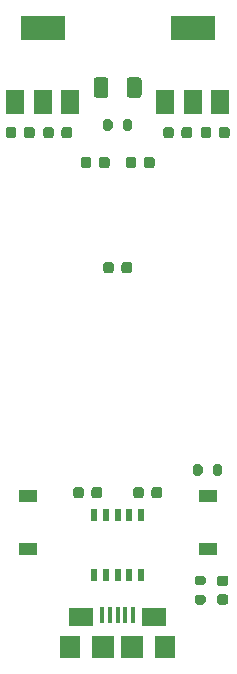
<source format=gtp>
G04 #@! TF.GenerationSoftware,KiCad,Pcbnew,(5.1.9)-1*
G04 #@! TF.CreationDate,2023-06-14T07:45:37+09:00*
G04 #@! TF.ProjectId,PICo-16f1765,5049436f-2d31-4366-9631-3736352e6b69,rev?*
G04 #@! TF.SameCoordinates,Original*
G04 #@! TF.FileFunction,Paste,Top*
G04 #@! TF.FilePolarity,Positive*
%FSLAX46Y46*%
G04 Gerber Fmt 4.6, Leading zero omitted, Abs format (unit mm)*
G04 Created by KiCad (PCBNEW (5.1.9)-1) date 2023-06-14 07:45:37*
%MOMM*%
%LPD*%
G01*
G04 APERTURE LIST*
%ADD10R,1.500000X2.000000*%
%ADD11R,3.800000X2.000000*%
%ADD12R,1.600000X1.050000*%
%ADD13R,0.400000X1.350000*%
%ADD14R,1.800000X1.900000*%
%ADD15R,2.100000X1.600000*%
%ADD16R,1.900000X1.900000*%
%ADD17R,0.510000X1.100000*%
G04 APERTURE END LIST*
G36*
G01*
X945000Y-32770000D02*
X945000Y-33270000D01*
G75*
G02*
X720000Y-33495000I-225000J0D01*
G01*
X270000Y-33495000D01*
G75*
G02*
X45000Y-33270000I0J225000D01*
G01*
X45000Y-32770000D01*
G75*
G02*
X270000Y-32545000I225000J0D01*
G01*
X720000Y-32545000D01*
G75*
G02*
X945000Y-32770000I0J-225000D01*
G01*
G37*
G36*
G01*
X2495000Y-32770000D02*
X2495000Y-33270000D01*
G75*
G02*
X2270000Y-33495000I-225000J0D01*
G01*
X1820000Y-33495000D01*
G75*
G02*
X1595000Y-33270000I0J225000D01*
G01*
X1595000Y-32770000D01*
G75*
G02*
X1820000Y-32545000I225000J0D01*
G01*
X2270000Y-32545000D01*
G75*
G02*
X2495000Y-32770000I0J-225000D01*
G01*
G37*
G36*
G01*
X6675000Y-33270000D02*
X6675000Y-32770000D01*
G75*
G02*
X6900000Y-32545000I225000J0D01*
G01*
X7350000Y-32545000D01*
G75*
G02*
X7575000Y-32770000I0J-225000D01*
G01*
X7575000Y-33270000D01*
G75*
G02*
X7350000Y-33495000I-225000J0D01*
G01*
X6900000Y-33495000D01*
G75*
G02*
X6675000Y-33270000I0J225000D01*
G01*
G37*
G36*
G01*
X5125000Y-33270000D02*
X5125000Y-32770000D01*
G75*
G02*
X5350000Y-32545000I225000J0D01*
G01*
X5800000Y-32545000D01*
G75*
G02*
X6025000Y-32770000I0J-225000D01*
G01*
X6025000Y-33270000D01*
G75*
G02*
X5800000Y-33495000I-225000J0D01*
G01*
X5350000Y-33495000D01*
G75*
G02*
X5125000Y-33270000I0J225000D01*
G01*
G37*
G36*
G01*
X-4770000Y-2290000D02*
X-4770000Y-2790000D01*
G75*
G02*
X-4995000Y-3015000I-225000J0D01*
G01*
X-5445000Y-3015000D01*
G75*
G02*
X-5670000Y-2790000I0J225000D01*
G01*
X-5670000Y-2290000D01*
G75*
G02*
X-5445000Y-2065000I225000J0D01*
G01*
X-4995000Y-2065000D01*
G75*
G02*
X-4770000Y-2290000I0J-225000D01*
G01*
G37*
G36*
G01*
X-3220000Y-2290000D02*
X-3220000Y-2790000D01*
G75*
G02*
X-3445000Y-3015000I-225000J0D01*
G01*
X-3895000Y-3015000D01*
G75*
G02*
X-4120000Y-2790000I0J225000D01*
G01*
X-4120000Y-2290000D01*
G75*
G02*
X-3895000Y-2065000I225000J0D01*
G01*
X-3445000Y-2065000D01*
G75*
G02*
X-3220000Y-2290000I0J-225000D01*
G01*
G37*
G36*
G01*
X-1595000Y-2290000D02*
X-1595000Y-2790000D01*
G75*
G02*
X-1820000Y-3015000I-225000J0D01*
G01*
X-2270000Y-3015000D01*
G75*
G02*
X-2495000Y-2790000I0J225000D01*
G01*
X-2495000Y-2290000D01*
G75*
G02*
X-2270000Y-2065000I225000J0D01*
G01*
X-1820000Y-2065000D01*
G75*
G02*
X-1595000Y-2290000I0J-225000D01*
G01*
G37*
G36*
G01*
X-45000Y-2290000D02*
X-45000Y-2790000D01*
G75*
G02*
X-270000Y-3015000I-225000J0D01*
G01*
X-720000Y-3015000D01*
G75*
G02*
X-945000Y-2790000I0J225000D01*
G01*
X-945000Y-2290000D01*
G75*
G02*
X-720000Y-2065000I225000J0D01*
G01*
X-270000Y-2065000D01*
G75*
G02*
X-45000Y-2290000I0J-225000D01*
G01*
G37*
G36*
G01*
X8565000Y-2290000D02*
X8565000Y-2790000D01*
G75*
G02*
X8340000Y-3015000I-225000J0D01*
G01*
X7890000Y-3015000D01*
G75*
G02*
X7665000Y-2790000I0J225000D01*
G01*
X7665000Y-2290000D01*
G75*
G02*
X7890000Y-2065000I225000J0D01*
G01*
X8340000Y-2065000D01*
G75*
G02*
X8565000Y-2290000I0J-225000D01*
G01*
G37*
G36*
G01*
X10115000Y-2290000D02*
X10115000Y-2790000D01*
G75*
G02*
X9890000Y-3015000I-225000J0D01*
G01*
X9440000Y-3015000D01*
G75*
G02*
X9215000Y-2790000I0J225000D01*
G01*
X9215000Y-2290000D01*
G75*
G02*
X9440000Y-2065000I225000J0D01*
G01*
X9890000Y-2065000D01*
G75*
G02*
X10115000Y-2290000I0J-225000D01*
G01*
G37*
G36*
G01*
X4135000Y-14220000D02*
X4135000Y-13720000D01*
G75*
G02*
X4360000Y-13495000I225000J0D01*
G01*
X4810000Y-13495000D01*
G75*
G02*
X5035000Y-13720000I0J-225000D01*
G01*
X5035000Y-14220000D01*
G75*
G02*
X4810000Y-14445000I-225000J0D01*
G01*
X4360000Y-14445000D01*
G75*
G02*
X4135000Y-14220000I0J225000D01*
G01*
G37*
G36*
G01*
X2585000Y-14220000D02*
X2585000Y-13720000D01*
G75*
G02*
X2810000Y-13495000I225000J0D01*
G01*
X3260000Y-13495000D01*
G75*
G02*
X3485000Y-13720000I0J-225000D01*
G01*
X3485000Y-14220000D01*
G75*
G02*
X3260000Y-14445000I-225000J0D01*
G01*
X2810000Y-14445000D01*
G75*
G02*
X2585000Y-14220000I0J225000D01*
G01*
G37*
G36*
G01*
X11740000Y-2290000D02*
X11740000Y-2790000D01*
G75*
G02*
X11515000Y-3015000I-225000J0D01*
G01*
X11065000Y-3015000D01*
G75*
G02*
X10840000Y-2790000I0J225000D01*
G01*
X10840000Y-2290000D01*
G75*
G02*
X11065000Y-2065000I225000J0D01*
G01*
X11515000Y-2065000D01*
G75*
G02*
X11740000Y-2290000I0J-225000D01*
G01*
G37*
G36*
G01*
X13290000Y-2290000D02*
X13290000Y-2790000D01*
G75*
G02*
X13065000Y-3015000I-225000J0D01*
G01*
X12615000Y-3015000D01*
G75*
G02*
X12390000Y-2790000I0J225000D01*
G01*
X12390000Y-2290000D01*
G75*
G02*
X12615000Y-2065000I225000J0D01*
G01*
X13065000Y-2065000D01*
G75*
G02*
X13290000Y-2290000I0J-225000D01*
G01*
G37*
G36*
G01*
X11070000Y-40850000D02*
X10520000Y-40850000D01*
G75*
G02*
X10320000Y-40650000I0J200000D01*
G01*
X10320000Y-40250000D01*
G75*
G02*
X10520000Y-40050000I200000J0D01*
G01*
X11070000Y-40050000D01*
G75*
G02*
X11270000Y-40250000I0J-200000D01*
G01*
X11270000Y-40650000D01*
G75*
G02*
X11070000Y-40850000I-200000J0D01*
G01*
G37*
G36*
G01*
X11070000Y-42500000D02*
X10520000Y-42500000D01*
G75*
G02*
X10320000Y-42300000I0J200000D01*
G01*
X10320000Y-41900000D01*
G75*
G02*
X10520000Y-41700000I200000J0D01*
G01*
X11070000Y-41700000D01*
G75*
G02*
X11270000Y-41900000I0J-200000D01*
G01*
X11270000Y-42300000D01*
G75*
G02*
X11070000Y-42500000I-200000J0D01*
G01*
G37*
G36*
G01*
X11005000Y-30840000D02*
X11005000Y-31390000D01*
G75*
G02*
X10805000Y-31590000I-200000J0D01*
G01*
X10405000Y-31590000D01*
G75*
G02*
X10205000Y-31390000I0J200000D01*
G01*
X10205000Y-30840000D01*
G75*
G02*
X10405000Y-30640000I200000J0D01*
G01*
X10805000Y-30640000D01*
G75*
G02*
X11005000Y-30840000I0J-200000D01*
G01*
G37*
G36*
G01*
X12655000Y-30840000D02*
X12655000Y-31390000D01*
G75*
G02*
X12455000Y-31590000I-200000J0D01*
G01*
X12055000Y-31590000D01*
G75*
G02*
X11855000Y-31390000I0J200000D01*
G01*
X11855000Y-30840000D01*
G75*
G02*
X12055000Y-30640000I200000J0D01*
G01*
X12455000Y-30640000D01*
G75*
G02*
X12655000Y-30840000I0J-200000D01*
G01*
G37*
G36*
G01*
X4235000Y-2180000D02*
X4235000Y-1630000D01*
G75*
G02*
X4435000Y-1430000I200000J0D01*
G01*
X4835000Y-1430000D01*
G75*
G02*
X5035000Y-1630000I0J-200000D01*
G01*
X5035000Y-2180000D01*
G75*
G02*
X4835000Y-2380000I-200000J0D01*
G01*
X4435000Y-2380000D01*
G75*
G02*
X4235000Y-2180000I0J200000D01*
G01*
G37*
G36*
G01*
X2585000Y-2180000D02*
X2585000Y-1630000D01*
G75*
G02*
X2785000Y-1430000I200000J0D01*
G01*
X3185000Y-1430000D01*
G75*
G02*
X3385000Y-1630000I0J-200000D01*
G01*
X3385000Y-2180000D01*
G75*
G02*
X3185000Y-2380000I-200000J0D01*
G01*
X2785000Y-2380000D01*
G75*
G02*
X2585000Y-2180000I0J200000D01*
G01*
G37*
D10*
X-4840000Y25000D03*
X-240000Y25000D03*
X-2540000Y25000D03*
D11*
X-2540000Y6325000D03*
D10*
X7860000Y25000D03*
X12460000Y25000D03*
X10160000Y25000D03*
D11*
X10160000Y6325000D03*
D12*
X-3810000Y-37785000D03*
X-3810000Y-33335000D03*
X11430000Y-33335000D03*
X11430000Y-37785000D03*
D13*
X2510000Y-43395000D03*
X3160000Y-43395000D03*
X3810000Y-43395000D03*
X4460000Y-43395000D03*
X5110000Y-43395000D03*
D14*
X-190000Y-46070000D03*
X7810000Y-46070000D03*
D15*
X710000Y-43520000D03*
X6910000Y-43520000D03*
D16*
X2610000Y-46070000D03*
X5010000Y-46070000D03*
D17*
X1810000Y-34915000D03*
X2810000Y-34915000D03*
X5810000Y-40015000D03*
X3810000Y-34915000D03*
X4810000Y-34915000D03*
X5810000Y-34915000D03*
X4810000Y-40015000D03*
X3810000Y-40015000D03*
X2810000Y-40015000D03*
X1810000Y-40015000D03*
G36*
G01*
X12956250Y-40925000D02*
X12443750Y-40925000D01*
G75*
G02*
X12225000Y-40706250I0J218750D01*
G01*
X12225000Y-40268750D01*
G75*
G02*
X12443750Y-40050000I218750J0D01*
G01*
X12956250Y-40050000D01*
G75*
G02*
X13175000Y-40268750I0J-218750D01*
G01*
X13175000Y-40706250D01*
G75*
G02*
X12956250Y-40925000I-218750J0D01*
G01*
G37*
G36*
G01*
X12956250Y-42500000D02*
X12443750Y-42500000D01*
G75*
G02*
X12225000Y-42281250I0J218750D01*
G01*
X12225000Y-41843750D01*
G75*
G02*
X12443750Y-41625000I218750J0D01*
G01*
X12956250Y-41625000D01*
G75*
G02*
X13175000Y-41843750I0J-218750D01*
G01*
X13175000Y-42281250D01*
G75*
G02*
X12956250Y-42500000I-218750J0D01*
G01*
G37*
G36*
G01*
X3035000Y1895000D02*
X3035000Y645000D01*
G75*
G02*
X2785000Y395000I-250000J0D01*
G01*
X2035000Y395000D01*
G75*
G02*
X1785000Y645000I0J250000D01*
G01*
X1785000Y1895000D01*
G75*
G02*
X2035000Y2145000I250000J0D01*
G01*
X2785000Y2145000D01*
G75*
G02*
X3035000Y1895000I0J-250000D01*
G01*
G37*
G36*
G01*
X5835000Y1895000D02*
X5835000Y645000D01*
G75*
G02*
X5585000Y395000I-250000J0D01*
G01*
X4835000Y395000D01*
G75*
G02*
X4585000Y645000I0J250000D01*
G01*
X4585000Y1895000D01*
G75*
G02*
X4835000Y2145000I250000J0D01*
G01*
X5585000Y2145000D01*
G75*
G02*
X5835000Y1895000I0J-250000D01*
G01*
G37*
G36*
G01*
X5390000Y-4830000D02*
X5390000Y-5330000D01*
G75*
G02*
X5165000Y-5555000I-225000J0D01*
G01*
X4715000Y-5555000D01*
G75*
G02*
X4490000Y-5330000I0J225000D01*
G01*
X4490000Y-4830000D01*
G75*
G02*
X4715000Y-4605000I225000J0D01*
G01*
X5165000Y-4605000D01*
G75*
G02*
X5390000Y-4830000I0J-225000D01*
G01*
G37*
G36*
G01*
X6940000Y-4830000D02*
X6940000Y-5330000D01*
G75*
G02*
X6715000Y-5555000I-225000J0D01*
G01*
X6265000Y-5555000D01*
G75*
G02*
X6040000Y-5330000I0J225000D01*
G01*
X6040000Y-4830000D01*
G75*
G02*
X6265000Y-4605000I225000J0D01*
G01*
X6715000Y-4605000D01*
G75*
G02*
X6940000Y-4830000I0J-225000D01*
G01*
G37*
G36*
G01*
X2230000Y-5330000D02*
X2230000Y-4830000D01*
G75*
G02*
X2455000Y-4605000I225000J0D01*
G01*
X2905000Y-4605000D01*
G75*
G02*
X3130000Y-4830000I0J-225000D01*
G01*
X3130000Y-5330000D01*
G75*
G02*
X2905000Y-5555000I-225000J0D01*
G01*
X2455000Y-5555000D01*
G75*
G02*
X2230000Y-5330000I0J225000D01*
G01*
G37*
G36*
G01*
X680000Y-5330000D02*
X680000Y-4830000D01*
G75*
G02*
X905000Y-4605000I225000J0D01*
G01*
X1355000Y-4605000D01*
G75*
G02*
X1580000Y-4830000I0J-225000D01*
G01*
X1580000Y-5330000D01*
G75*
G02*
X1355000Y-5555000I-225000J0D01*
G01*
X905000Y-5555000D01*
G75*
G02*
X680000Y-5330000I0J225000D01*
G01*
G37*
M02*

</source>
